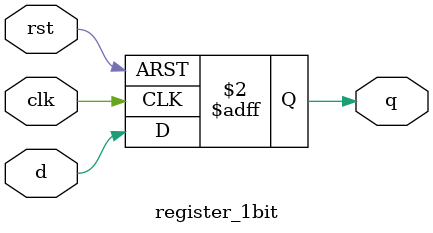
<source format=v>
module register_1bit(
    input  wire clk,
    input  wire rst,    // asynchronous reset
    input  wire d,
    output reg  q
);

always @(posedge clk or posedge rst) begin
    if (rst)
        q <= 1'b0;
    else
        q <= d;
end

endmodule

</source>
